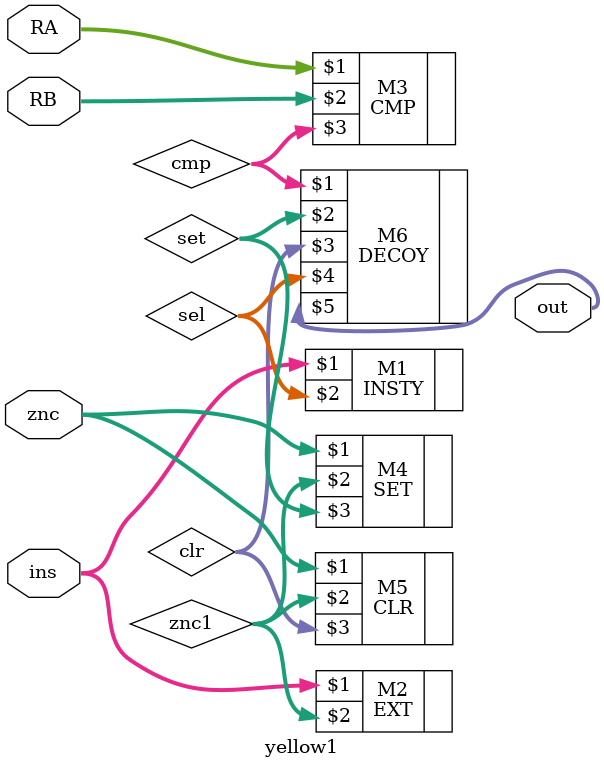
<source format=v>


module yellow1 (RA, RB, ins, znc, out);
    input [15:0] RA, RB, ins;
    input [2:0] znc;
    output [2:0] out;

    wire [1:0] sel;
    wire [2:0] cmp,clr,set,znc1;

    //Extract the instruction and ZNC from instruction
    INSTY M1(ins,sel);
    EXT M2(ins,znc1);

    //do the instructions
    CMP M3(RA,RB,cmp);
    SET M4(znc,znc1,set);
    CLR M5(znc,znc1,clr);

    //Decode the Output
    DECOY M6(cmp,set,clr,sel,out);

endmodule


</source>
